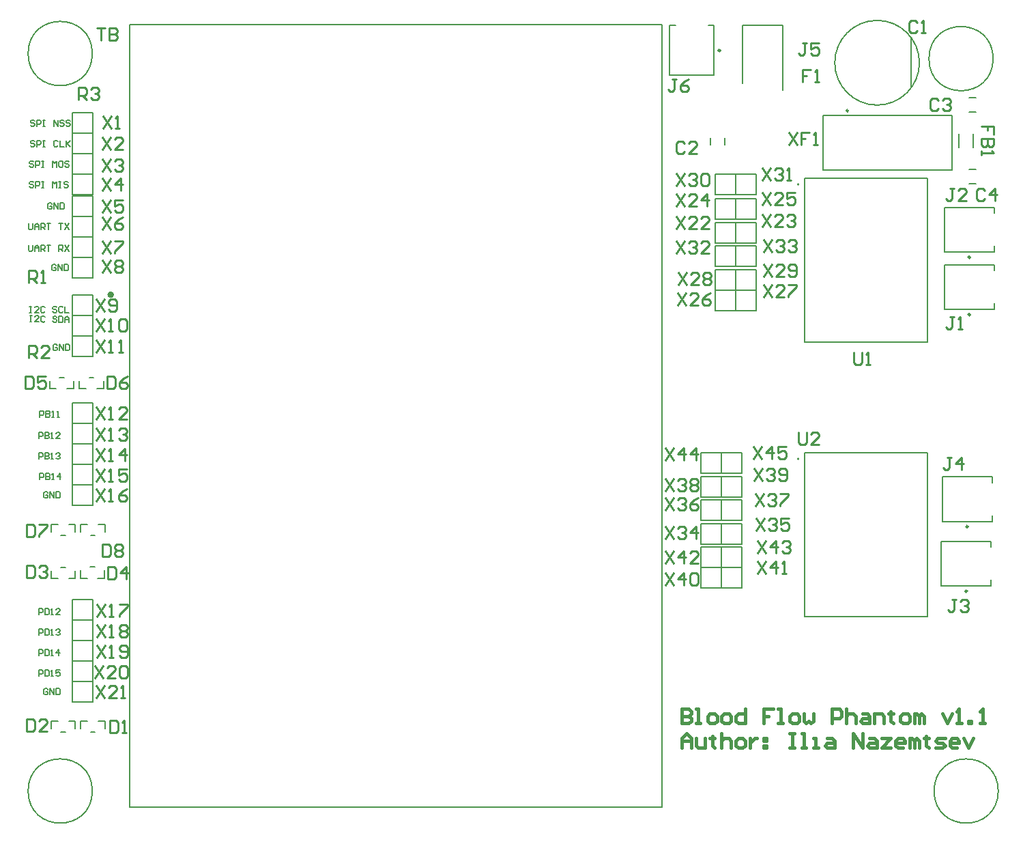
<source format=gto>
G04*
G04 #@! TF.GenerationSoftware,Altium Limited,Altium Designer,24.6.1 (21)*
G04*
G04 Layer_Color=65535*
%FSLAX44Y44*%
%MOMM*%
G71*
G04*
G04 #@! TF.SameCoordinates,42639B8C-B182-42FF-980A-ED1702294046*
G04*
G04*
G04 #@! TF.FilePolarity,Positive*
G04*
G01*
G75*
%ADD10C,0.2000*%
%ADD11C,0.2500*%
%ADD12C,0.1500*%
%ADD13C,0.4000*%
%ADD14C,0.1270*%
%ADD15C,0.2540*%
D10*
X967290Y803160D02*
G03*
X967290Y803160I-1000J0D01*
G01*
X1208200Y958850D02*
G03*
X1208200Y958850I-39800J0D01*
G01*
X90600Y965200D02*
G03*
X90600Y965200I-39800J0D01*
G01*
Y50800D02*
G03*
X90600Y50800I-39800J0D01*
G01*
X1214550D02*
G03*
X1214550Y50800I-39800J0D01*
G01*
X967290Y462800D02*
G03*
X967290Y462800I-1000J0D01*
G01*
X1147560Y719060D02*
X1209560D01*
X1147560D02*
Y774460D01*
X1209560D01*
Y719060D02*
Y726380D01*
Y767140D02*
Y774460D01*
X996960Y821060D02*
Y888360D01*
X1156960Y821060D02*
Y888360D01*
X996960Y821060D02*
X1156960D01*
X996960Y888360D02*
X1156960D01*
X1183781Y848763D02*
Y865737D01*
X1165719Y848763D02*
Y865737D01*
X1106510Y923770D02*
Y983770D01*
X1178197Y821550D02*
X1186670D01*
X1178197Y804050D02*
X1186670D01*
X1178134Y910450D02*
X1186606D01*
X1178134Y892950D02*
X1186606D01*
X874890Y851744D02*
Y860216D01*
X857390Y851744D02*
Y860216D01*
X51860Y123810D02*
X57360D01*
X69610Y128060D02*
Y137810D01*
X39610D02*
X47860D01*
X61360D02*
X69610D01*
X39610Y128060D02*
Y137810D01*
X88690Y367650D02*
X94190D01*
X106440Y371900D02*
Y381650D01*
X76440D02*
X84690D01*
X98190D02*
X106440D01*
X76440Y371900D02*
Y381650D01*
X51860Y367650D02*
X57360D01*
X69610Y371900D02*
Y381650D01*
X39610D02*
X47860D01*
X61360D02*
X69610D01*
X39610Y371900D02*
Y381650D01*
X86810Y563420D02*
X92310D01*
X74560Y549420D02*
Y559170D01*
X96310Y549420D02*
X104560D01*
X74560D02*
X82810D01*
X104560D02*
Y559170D01*
X49930Y563420D02*
X55430D01*
X37680Y549420D02*
Y559170D01*
X59430Y549420D02*
X67680D01*
X37680D02*
X45930D01*
X67680D02*
Y559170D01*
X91439Y455931D02*
Y481331D01*
X66041D02*
X91439D01*
X66039Y455931D02*
X91439D01*
X66039D02*
Y481329D01*
X66041Y481331D01*
X91439D02*
Y506731D01*
X66041D02*
X91439D01*
X66039Y481331D02*
X91439D01*
X66039D02*
Y506729D01*
X66041Y506731D01*
X91438Y430530D02*
X91440Y430528D01*
X66040Y430530D02*
X91438D01*
X66040Y405130D02*
Y430530D01*
X91440Y405130D02*
Y430528D01*
X66040Y405130D02*
X91440D01*
X91439Y430531D02*
Y455931D01*
X66041D02*
X91439D01*
X66039Y430531D02*
X91439D01*
X66039D02*
Y455929D01*
X66041Y455931D01*
X66039Y763269D02*
X66041Y763271D01*
X66039Y737871D02*
Y763269D01*
Y737871D02*
X91439D01*
X66041Y763271D02*
X91439D01*
Y737871D02*
Y763271D01*
X88080Y328470D02*
X93580D01*
X75830Y314470D02*
Y324220D01*
X97580Y314470D02*
X105830D01*
X75830D02*
X84080D01*
X105830D02*
Y324220D01*
X51860Y328310D02*
X57360D01*
X39610Y314310D02*
Y324060D01*
X61360Y314310D02*
X69610D01*
X39610D02*
X47860D01*
X69610D02*
Y324060D01*
X88690Y123810D02*
X94190D01*
X106440Y128060D02*
Y137810D01*
X76440D02*
X84690D01*
X98190D02*
X106440D01*
X76440Y128060D02*
Y137810D01*
X91439Y186691D02*
X91441Y186689D01*
X66041Y186691D02*
X91439D01*
X66041Y161291D02*
Y186691D01*
X91441Y161291D02*
Y186689D01*
X66041Y161291D02*
X91441D01*
X91438Y614680D02*
X91440Y614678D01*
X66040Y614680D02*
X91438D01*
X66040Y589280D02*
Y614680D01*
X91440Y589280D02*
Y614678D01*
X66040Y589280D02*
X91440D01*
X91438Y712470D02*
X91440Y712468D01*
X66040Y712470D02*
X91438D01*
X66040Y687070D02*
Y712470D01*
X91440Y687070D02*
Y712468D01*
X66040Y687070D02*
X91440D01*
X91438Y788670D02*
X91440Y788668D01*
X66040Y788670D02*
X91438D01*
X66040Y763270D02*
Y788670D01*
X91440Y763270D02*
Y788668D01*
X66040Y763270D02*
X91440D01*
X862090Y938010D02*
Y1000010D01*
X806690Y938010D02*
X862090D01*
X806690D02*
Y1000010D01*
X854770D02*
X862090D01*
X806690D02*
X814010D01*
X1147560Y647940D02*
X1209560D01*
X1147560D02*
Y703340D01*
X1209560D01*
Y647940D02*
Y655260D01*
Y696020D02*
Y703340D01*
X1143750Y305040D02*
X1205750D01*
X1143750D02*
Y360440D01*
X1205750D01*
Y305040D02*
Y312360D01*
Y353120D02*
Y360440D01*
X1145020Y385050D02*
X1207020D01*
X1145020D02*
Y440450D01*
X1207020D01*
Y385050D02*
Y392370D01*
Y433130D02*
Y440450D01*
X897020Y927880D02*
Y999880D01*
X947020D01*
Y919880D02*
Y999880D01*
X863601Y730251D02*
X889001D01*
Y755649D01*
X863601Y730251D02*
Y755651D01*
X888999D01*
X889001Y755649D01*
X889000Y730250D02*
X914400D01*
Y755648D01*
X889000Y730250D02*
Y755650D01*
X914398D01*
X914400Y755648D01*
X863601Y759461D02*
X889001D01*
Y784859D01*
X863601Y759461D02*
Y784861D01*
X888999D01*
X889001Y784859D01*
X889000Y759460D02*
X914400D01*
Y784858D01*
X889000Y759460D02*
Y784860D01*
X914398D01*
X914400Y784858D01*
X863601Y646431D02*
X889001D01*
Y671829D01*
X863601Y646431D02*
Y671831D01*
X888999D01*
X889001Y671829D01*
Y646431D02*
X914401D01*
Y671829D01*
X889001Y646431D02*
Y671831D01*
X914399D01*
X914401Y671829D01*
X863601Y671831D02*
X889001D01*
Y697229D01*
X863601Y671831D02*
Y697231D01*
X888999D01*
X889001Y697229D01*
Y671831D02*
X914401D01*
Y697229D01*
X889001Y671831D02*
Y697231D01*
X914399D01*
X914401Y697229D01*
X863600Y789940D02*
X889000D01*
Y815338D01*
X863600Y789940D02*
Y815340D01*
X888998D01*
X889000Y815338D01*
Y789940D02*
X914400D01*
Y815338D01*
X889000Y789940D02*
Y815340D01*
X914398D01*
X914400Y815338D01*
X863601Y701041D02*
X889001D01*
Y726439D01*
X863601Y701041D02*
Y726441D01*
X888999D01*
X889001Y726439D01*
X889000Y701040D02*
X914400D01*
Y726438D01*
X889000Y701040D02*
Y726440D01*
X914398D01*
X914400Y726438D01*
X871218Y382270D02*
X871220Y382268D01*
X845820Y382270D02*
X871218D01*
X845820Y356870D02*
Y382270D01*
X871220Y356870D02*
Y382268D01*
X845820Y356870D02*
X871220D01*
X896619Y382271D02*
X896621Y382269D01*
X871221Y382271D02*
X896619D01*
X871221Y356871D02*
Y382271D01*
X896621Y356871D02*
Y382269D01*
X871221Y356871D02*
X896621D01*
X871219Y411481D02*
X871221Y411479D01*
X845821Y411481D02*
X871219D01*
X845821Y386081D02*
Y411481D01*
X871221Y386081D02*
Y411479D01*
X845821Y386081D02*
X871221D01*
X896619Y411481D02*
X896621Y411479D01*
X871221Y411481D02*
X896619D01*
X871221Y386081D02*
Y411481D01*
X896621Y386081D02*
Y411479D01*
X871221Y386081D02*
X896621D01*
X871219Y440691D02*
X871221Y440689D01*
X845821Y440691D02*
X871219D01*
X845821Y415291D02*
Y440691D01*
X871221Y415291D02*
Y440689D01*
X845821Y415291D02*
X871221D01*
X896618Y440690D02*
X896620Y440688D01*
X871220Y440690D02*
X896618D01*
X871220Y415290D02*
Y440690D01*
X896620Y415290D02*
Y440688D01*
X871220Y415290D02*
X896620D01*
X871219Y327661D02*
X871221Y327659D01*
X845821Y327661D02*
X871219D01*
X845821Y302261D02*
Y327661D01*
X871221Y302261D02*
Y327659D01*
X845821Y302261D02*
X871221D01*
X896619Y327661D02*
X896621Y327659D01*
X871221Y327661D02*
X896619D01*
X871221Y302261D02*
Y327661D01*
X896621Y302261D02*
Y327659D01*
X871221Y302261D02*
X896621D01*
X871219Y353061D02*
X871221Y353059D01*
X845821Y353061D02*
X871219D01*
X845821Y327661D02*
Y353061D01*
X871221Y327661D02*
Y353059D01*
X845821Y327661D02*
X871221D01*
X896618Y353060D02*
X896620Y353058D01*
X871220Y353060D02*
X896618D01*
X871220Y327660D02*
Y353060D01*
X896620Y327660D02*
Y353058D01*
X871220Y327660D02*
X896620D01*
X871218Y469900D02*
X871220Y469898D01*
X845820Y469900D02*
X871218D01*
X845820Y444500D02*
Y469900D01*
X871220Y444500D02*
Y469898D01*
X845820Y444500D02*
X871220D01*
X896618Y469900D02*
X896620Y469898D01*
X871220Y469900D02*
X896618D01*
X871220Y444500D02*
Y469900D01*
X896620Y444500D02*
Y469898D01*
X871220Y444500D02*
X896620D01*
X66039Y532129D02*
X66041Y532131D01*
X66039Y506731D02*
Y532129D01*
Y506731D02*
X91439D01*
X66041Y532131D02*
X91439D01*
Y506731D02*
Y532131D01*
X66040Y212088D02*
X66042Y212090D01*
X66040Y186690D02*
Y212088D01*
Y186690D02*
X91440D01*
X66042Y212090D02*
X91440D01*
Y186690D02*
Y212090D01*
X66040Y237488D02*
X66042Y237490D01*
X66040Y212090D02*
Y237488D01*
Y212090D02*
X91440D01*
X66042Y237490D02*
X91440D01*
Y212090D02*
Y237490D01*
X66040Y262888D02*
X66042Y262890D01*
X66040Y237490D02*
Y262888D01*
Y237490D02*
X91440D01*
X66042Y262890D02*
X91440D01*
Y237490D02*
Y262890D01*
X66039Y288289D02*
X66041Y288291D01*
X66039Y262891D02*
Y288289D01*
Y262891D02*
X91439D01*
X66041Y288291D02*
X91439D01*
Y262891D02*
Y288291D01*
X66039Y891539D02*
X66041Y891541D01*
X66039Y866141D02*
Y891539D01*
Y866141D02*
X91439D01*
X66041Y891541D02*
X91439D01*
Y866141D02*
Y891541D01*
X66039Y866139D02*
X66041Y866141D01*
X66039Y840741D02*
Y866139D01*
Y840741D02*
X91439D01*
X66041Y866141D02*
X91439D01*
Y840741D02*
Y866141D01*
X66039Y840739D02*
X66041Y840741D01*
X66039Y815341D02*
Y840739D01*
Y815341D02*
X91439D01*
X66041Y840741D02*
X91439D01*
Y815341D02*
Y840741D01*
X66040Y815338D02*
X66042Y815340D01*
X66040Y789940D02*
Y815338D01*
Y789940D02*
X91440D01*
X66042Y815340D02*
X91440D01*
Y789940D02*
Y815340D01*
X91439Y614681D02*
Y640081D01*
X66041D02*
X91439D01*
X66039Y614681D02*
X91439D01*
X66039D02*
Y640079D01*
X66041Y640081D01*
X91440Y640080D02*
Y665480D01*
X66042D02*
X91440D01*
X66040Y640080D02*
X91440D01*
X66040D02*
Y665478D01*
X66042Y665480D01*
X91439Y712471D02*
Y737871D01*
X66041D02*
X91439D01*
X66039Y712471D02*
X91439D01*
X66039D02*
Y737869D01*
X66041Y737871D01*
D11*
X1179810Y712560D02*
G03*
X1179810Y712560I-1250J0D01*
G01*
X1028710Y894360D02*
G03*
X1028710Y894360I-1250J0D01*
G01*
X869840Y969010D02*
G03*
X869840Y969010I-1250J0D01*
G01*
X1179810Y641440D02*
G03*
X1179810Y641440I-1250J0D01*
G01*
X1176000Y298540D02*
G03*
X1176000Y298540I-1250J0D01*
G01*
X1177270Y378550D02*
G03*
X1177270Y378550I-1250J0D01*
G01*
D12*
X1116760Y953770D02*
G03*
X1116760Y953770I-52500J0D01*
G01*
X40788Y778638D02*
X39539Y779888D01*
X37040D01*
X35790Y778638D01*
Y773640D01*
X37040Y772390D01*
X39539D01*
X40788Y773640D01*
Y776139D01*
X38289D01*
X43288Y772390D02*
Y779888D01*
X48286Y772390D01*
Y779888D01*
X50785D02*
Y772390D01*
X54534D01*
X55784Y773640D01*
Y778638D01*
X54534Y779888D01*
X50785D01*
X11660Y754488D02*
Y748240D01*
X12910Y746990D01*
X15409D01*
X16658Y748240D01*
Y754488D01*
X19158Y746990D02*
Y751988D01*
X21657Y754488D01*
X24156Y751988D01*
Y746990D01*
Y750739D01*
X19158D01*
X26655Y746990D02*
Y754488D01*
X30404D01*
X31654Y753238D01*
Y750739D01*
X30404Y749489D01*
X26655D01*
X29154D02*
X31654Y746990D01*
X34153Y754488D02*
X39151D01*
X36652D01*
Y746990D01*
X49148Y754488D02*
X54146D01*
X51647D01*
Y746990D01*
X56646Y754488D02*
X61644Y746990D01*
Y754488D02*
X56646Y746990D01*
X45868Y702438D02*
X44619Y703688D01*
X42120D01*
X40870Y702438D01*
Y697440D01*
X42120Y696190D01*
X44619D01*
X45868Y697440D01*
Y699939D01*
X43369D01*
X48368Y696190D02*
Y703688D01*
X53366Y696190D01*
Y703688D01*
X55865D02*
Y696190D01*
X59614D01*
X60864Y697440D01*
Y702438D01*
X59614Y703688D01*
X55865D01*
X12930Y651618D02*
X15429D01*
X14180D01*
Y644120D01*
X12930D01*
X15429D01*
X24176D02*
X19178D01*
X24176Y649118D01*
Y650368D01*
X22927Y651618D01*
X20428D01*
X19178Y650368D01*
X31674D02*
X30424Y651618D01*
X27925D01*
X26676Y650368D01*
Y645370D01*
X27925Y644120D01*
X30424D01*
X31674Y645370D01*
X46669Y650368D02*
X45420Y651618D01*
X42920D01*
X41671Y650368D01*
Y649118D01*
X42920Y647869D01*
X45420D01*
X46669Y646619D01*
Y645370D01*
X45420Y644120D01*
X42920D01*
X41671Y645370D01*
X54167Y650368D02*
X52917Y651618D01*
X50418D01*
X49168Y650368D01*
Y645370D01*
X50418Y644120D01*
X52917D01*
X54167Y645370D01*
X56666Y651618D02*
Y644120D01*
X61664D01*
X17928Y830708D02*
X16679Y831958D01*
X14180D01*
X12930Y830708D01*
Y829458D01*
X14180Y828209D01*
X16679D01*
X17928Y826959D01*
Y825710D01*
X16679Y824460D01*
X14180D01*
X12930Y825710D01*
X20428Y824460D02*
Y831958D01*
X24176D01*
X25426Y830708D01*
Y828209D01*
X24176Y826959D01*
X20428D01*
X27925Y831958D02*
X30424D01*
X29175D01*
Y824460D01*
X27925D01*
X30424D01*
X41671D02*
Y831958D01*
X44170Y829458D01*
X46669Y831958D01*
Y824460D01*
X52917Y831958D02*
X50418D01*
X49168Y830708D01*
Y825710D01*
X50418Y824460D01*
X52917D01*
X54167Y825710D01*
Y830708D01*
X52917Y831958D01*
X61664Y830708D02*
X60415Y831958D01*
X57916D01*
X56666Y830708D01*
Y829458D01*
X57916Y828209D01*
X60415D01*
X61664Y826959D01*
Y825710D01*
X60415Y824460D01*
X57916D01*
X56666Y825710D01*
X17928Y805308D02*
X16679Y806558D01*
X14180D01*
X12930Y805308D01*
Y804058D01*
X14180Y802809D01*
X16679D01*
X17928Y801559D01*
Y800310D01*
X16679Y799060D01*
X14180D01*
X12930Y800310D01*
X20428Y799060D02*
Y806558D01*
X24176D01*
X25426Y805308D01*
Y802809D01*
X24176Y801559D01*
X20428D01*
X27925Y806558D02*
X30424D01*
X29175D01*
Y799060D01*
X27925D01*
X30424D01*
X41671D02*
Y806558D01*
X44170Y804058D01*
X46669Y806558D01*
Y799060D01*
X49168Y806558D02*
X51668D01*
X50418D01*
Y799060D01*
X49168D01*
X51668D01*
X60415Y805308D02*
X59165Y806558D01*
X56666D01*
X55416Y805308D01*
Y804058D01*
X56666Y802809D01*
X59165D01*
X60415Y801559D01*
Y800310D01*
X59165Y799060D01*
X56666D01*
X55416Y800310D01*
X11660Y727818D02*
Y721570D01*
X12910Y720320D01*
X15409D01*
X16658Y721570D01*
Y727818D01*
X19158Y720320D02*
Y725318D01*
X21657Y727818D01*
X24156Y725318D01*
Y720320D01*
Y724069D01*
X19158D01*
X26655Y720320D02*
Y727818D01*
X30404D01*
X31654Y726568D01*
Y724069D01*
X30404Y722819D01*
X26655D01*
X29154D02*
X31654Y720320D01*
X34153Y727818D02*
X39151D01*
X36652D01*
Y720320D01*
X49148D02*
Y727818D01*
X52897D01*
X54146Y726568D01*
Y724069D01*
X52897Y722819D01*
X49148D01*
X51647D02*
X54146Y720320D01*
X56646Y727818D02*
X61644Y720320D01*
Y727818D02*
X56646Y720320D01*
X25630Y514580D02*
Y522078D01*
X29379D01*
X30628Y520828D01*
Y518329D01*
X29379Y517079D01*
X25630D01*
X33128Y522078D02*
Y514580D01*
X36876D01*
X38126Y515830D01*
Y517079D01*
X36876Y518329D01*
X33128D01*
X36876D01*
X38126Y519578D01*
Y520828D01*
X36876Y522078D01*
X33128D01*
X40625Y514580D02*
X43124D01*
X41875D01*
Y522078D01*
X40625Y520828D01*
X46873Y514580D02*
X49372D01*
X48123D01*
Y522078D01*
X46873Y520828D01*
X19198Y881508D02*
X17949Y882758D01*
X15450D01*
X14200Y881508D01*
Y880258D01*
X15450Y879009D01*
X17949D01*
X19198Y877759D01*
Y876510D01*
X17949Y875260D01*
X15450D01*
X14200Y876510D01*
X21698Y875260D02*
Y882758D01*
X25446D01*
X26696Y881508D01*
Y879009D01*
X25446Y877759D01*
X21698D01*
X29195Y882758D02*
X31694D01*
X30445D01*
Y875260D01*
X29195D01*
X31694D01*
X42941D02*
Y882758D01*
X47939Y875260D01*
Y882758D01*
X55437Y881508D02*
X54187Y882758D01*
X51688D01*
X50438Y881508D01*
Y880258D01*
X51688Y879009D01*
X54187D01*
X55437Y877759D01*
Y876510D01*
X54187Y875260D01*
X51688D01*
X50438Y876510D01*
X62934Y881508D02*
X61685Y882758D01*
X59186D01*
X57936Y881508D01*
Y880258D01*
X59186Y879009D01*
X61685D01*
X62934Y877759D01*
Y876510D01*
X61685Y875260D01*
X59186D01*
X57936Y876510D01*
X35708Y176658D02*
X34459Y177908D01*
X31960D01*
X30710Y176658D01*
Y171660D01*
X31960Y170410D01*
X34459D01*
X35708Y171660D01*
Y174159D01*
X33209D01*
X38208Y170410D02*
Y177908D01*
X43206Y170410D01*
Y177908D01*
X45705D02*
Y170410D01*
X49454D01*
X50704Y171660D01*
Y176658D01*
X49454Y177908D01*
X45705D01*
X24360Y269470D02*
Y276968D01*
X28109D01*
X29358Y275718D01*
Y273219D01*
X28109Y271969D01*
X24360D01*
X31858Y276968D02*
Y269470D01*
X35606D01*
X36856Y270720D01*
Y275718D01*
X35606Y276968D01*
X31858D01*
X39355Y269470D02*
X41854D01*
X40605D01*
Y276968D01*
X39355Y275718D01*
X50602Y269470D02*
X45603D01*
X50602Y274468D01*
Y275718D01*
X49352Y276968D01*
X46853D01*
X45603Y275718D01*
X24360Y193270D02*
Y200768D01*
X28109D01*
X29358Y199518D01*
Y197019D01*
X28109Y195769D01*
X24360D01*
X31858Y200768D02*
Y193270D01*
X35606D01*
X36856Y194520D01*
Y199518D01*
X35606Y200768D01*
X31858D01*
X39355Y193270D02*
X41854D01*
X40605D01*
Y200768D01*
X39355Y199518D01*
X50602Y200768D02*
X45603D01*
Y197019D01*
X48102Y198268D01*
X49352D01*
X50602Y197019D01*
Y194520D01*
X49352Y193270D01*
X46853D01*
X45603Y194520D01*
X24360Y218670D02*
Y226168D01*
X28109D01*
X29358Y224918D01*
Y222419D01*
X28109Y221169D01*
X24360D01*
X31858Y226168D02*
Y218670D01*
X35606D01*
X36856Y219920D01*
Y224918D01*
X35606Y226168D01*
X31858D01*
X39355Y218670D02*
X41854D01*
X40605D01*
Y226168D01*
X39355Y224918D01*
X49352Y218670D02*
Y226168D01*
X45603Y222419D01*
X50602D01*
X19198Y856108D02*
X17949Y857358D01*
X15450D01*
X14200Y856108D01*
Y854858D01*
X15450Y853609D01*
X17949D01*
X19198Y852359D01*
Y851110D01*
X17949Y849860D01*
X15450D01*
X14200Y851110D01*
X21698Y849860D02*
Y857358D01*
X25446D01*
X26696Y856108D01*
Y853609D01*
X25446Y852359D01*
X21698D01*
X29195Y857358D02*
X31694D01*
X30445D01*
Y849860D01*
X29195D01*
X31694D01*
X47939Y856108D02*
X46690Y857358D01*
X44190D01*
X42941Y856108D01*
Y851110D01*
X44190Y849860D01*
X46690D01*
X47939Y851110D01*
X50438Y857358D02*
Y849860D01*
X55437D01*
X57936Y857358D02*
Y849860D01*
Y852359D01*
X62934Y857358D01*
X59186Y853609D01*
X62934Y849860D01*
X24360Y487910D02*
Y495408D01*
X28109D01*
X29358Y494158D01*
Y491659D01*
X28109Y490409D01*
X24360D01*
X31858Y495408D02*
Y487910D01*
X35606D01*
X36856Y489160D01*
Y490409D01*
X35606Y491659D01*
X31858D01*
X35606D01*
X36856Y492908D01*
Y494158D01*
X35606Y495408D01*
X31858D01*
X39355Y487910D02*
X41854D01*
X40605D01*
Y495408D01*
X39355Y494158D01*
X50602Y487910D02*
X45603D01*
X50602Y492908D01*
Y494158D01*
X49352Y495408D01*
X46853D01*
X45603Y494158D01*
X24360Y462510D02*
Y470008D01*
X28109D01*
X29358Y468758D01*
Y466259D01*
X28109Y465009D01*
X24360D01*
X31858Y470008D02*
Y462510D01*
X35606D01*
X36856Y463760D01*
Y465009D01*
X35606Y466259D01*
X31858D01*
X35606D01*
X36856Y467508D01*
Y468758D01*
X35606Y470008D01*
X31858D01*
X39355Y462510D02*
X41854D01*
X40605D01*
Y470008D01*
X39355Y468758D01*
X45603D02*
X46853Y470008D01*
X49352D01*
X50602Y468758D01*
Y467508D01*
X49352Y466259D01*
X48102D01*
X49352D01*
X50602Y465009D01*
Y463760D01*
X49352Y462510D01*
X46853D01*
X45603Y463760D01*
X35708Y420498D02*
X34459Y421748D01*
X31960D01*
X30710Y420498D01*
Y415500D01*
X31960Y414250D01*
X34459D01*
X35708Y415500D01*
Y417999D01*
X33209D01*
X38208Y414250D02*
Y421748D01*
X43206Y414250D01*
Y421748D01*
X45705D02*
Y414250D01*
X49454D01*
X50704Y415500D01*
Y420498D01*
X49454Y421748D01*
X45705D01*
X47138Y603378D02*
X45889Y604628D01*
X43390D01*
X42140Y603378D01*
Y598380D01*
X43390Y597130D01*
X45889D01*
X47138Y598380D01*
Y600879D01*
X44639D01*
X49638Y597130D02*
Y604628D01*
X54636Y597130D01*
Y604628D01*
X57135D02*
Y597130D01*
X60884D01*
X62134Y598380D01*
Y603378D01*
X60884Y604628D01*
X57135D01*
X25630Y437110D02*
Y444608D01*
X29379D01*
X30628Y443358D01*
Y440859D01*
X29379Y439609D01*
X25630D01*
X33128Y444608D02*
Y437110D01*
X36876D01*
X38126Y438360D01*
Y439609D01*
X36876Y440859D01*
X33128D01*
X36876D01*
X38126Y442108D01*
Y443358D01*
X36876Y444608D01*
X33128D01*
X40625Y437110D02*
X43124D01*
X41875D01*
Y444608D01*
X40625Y443358D01*
X50622Y437110D02*
Y444608D01*
X46873Y440859D01*
X51872D01*
X13103Y640157D02*
X15601Y640109D01*
X14352Y640133D01*
X14208Y632637D01*
X12959Y632661D01*
X15457Y632613D01*
X24203Y632445D02*
X19205Y632541D01*
X24299Y637442D01*
X24323Y638691D01*
X23098Y639965D01*
X20599Y640013D01*
X19325Y638788D01*
X31819Y638547D02*
X30594Y639821D01*
X28095Y639869D01*
X26822Y638643D01*
X26726Y633646D01*
X27951Y632373D01*
X30450Y632324D01*
X31723Y633550D01*
X46812Y638259D02*
X45586Y639532D01*
X43088Y639580D01*
X41814Y638355D01*
X41790Y637106D01*
X43015Y635832D01*
X45514Y635784D01*
X46740Y634511D01*
X46715Y633261D01*
X45442Y632036D01*
X42943Y632084D01*
X41718Y633358D01*
X49334Y639460D02*
X49190Y631964D01*
X52938Y631892D01*
X54212Y633117D01*
X54308Y638115D01*
X53082Y639388D01*
X49334Y639460D01*
X56686Y631820D02*
X56782Y636817D01*
X59329Y639268D01*
X61780Y636721D01*
X61684Y631724D01*
X61756Y635472D01*
X56758Y635568D01*
X24360Y244070D02*
Y251568D01*
X28109D01*
X29358Y250318D01*
Y247819D01*
X28109Y246569D01*
X24360D01*
X31858Y251568D02*
Y244070D01*
X35606D01*
X36856Y245320D01*
Y250318D01*
X35606Y251568D01*
X31858D01*
X39355Y244070D02*
X41854D01*
X40605D01*
Y251568D01*
X39355Y250318D01*
X45603D02*
X46853Y251568D01*
X49352D01*
X50602Y250318D01*
Y249068D01*
X49352Y247819D01*
X48102D01*
X49352D01*
X50602Y246569D01*
Y245320D01*
X49352Y244070D01*
X46853D01*
X45603Y245320D01*
D13*
X115360Y666140D02*
G03*
X115360Y666140I-2000J0D01*
G01*
X821880Y152417D02*
Y134923D01*
X830627D01*
X833543Y137839D01*
Y140755D01*
X830627Y143670D01*
X821880D01*
X830627D01*
X833543Y146586D01*
Y149502D01*
X830627Y152417D01*
X821880D01*
X839374Y134923D02*
X845206D01*
X842290D01*
Y152417D01*
X839374D01*
X856869Y134923D02*
X862700D01*
X865616Y137839D01*
Y143670D01*
X862700Y146586D01*
X856869D01*
X853953Y143670D01*
Y137839D01*
X856869Y134923D01*
X874363D02*
X880194D01*
X883110Y137839D01*
Y143670D01*
X880194Y146586D01*
X874363D01*
X871447Y143670D01*
Y137839D01*
X874363Y134923D01*
X900604Y152417D02*
Y134923D01*
X891857D01*
X888942Y137839D01*
Y143670D01*
X891857Y146586D01*
X900604D01*
X935593Y152417D02*
X923930D01*
Y143670D01*
X929762D01*
X923930D01*
Y134923D01*
X941425D02*
X947256D01*
X944340D01*
Y152417D01*
X941425D01*
X958919Y134923D02*
X964750D01*
X967666Y137839D01*
Y143670D01*
X964750Y146586D01*
X958919D01*
X956003Y143670D01*
Y137839D01*
X958919Y134923D01*
X973497Y146586D02*
Y137839D01*
X976413Y134923D01*
X979329Y137839D01*
X982245Y134923D01*
X985160Y137839D01*
Y146586D01*
X1008486Y134923D02*
Y152417D01*
X1017233D01*
X1020149Y149502D01*
Y143670D01*
X1017233Y140755D01*
X1008486D01*
X1025981Y152417D02*
Y134923D01*
Y143670D01*
X1028896Y146586D01*
X1034728D01*
X1037643Y143670D01*
Y134923D01*
X1046391Y146586D02*
X1052222D01*
X1055138Y143670D01*
Y134923D01*
X1046391D01*
X1043475Y137839D01*
X1046391Y140755D01*
X1055138D01*
X1060969Y134923D02*
Y146586D01*
X1069716D01*
X1072632Y143670D01*
Y134923D01*
X1081379Y149502D02*
Y146586D01*
X1078464D01*
X1084295D01*
X1081379D01*
Y137839D01*
X1084295Y134923D01*
X1095958D02*
X1101789D01*
X1104705Y137839D01*
Y143670D01*
X1101789Y146586D01*
X1095958D01*
X1093042Y143670D01*
Y137839D01*
X1095958Y134923D01*
X1110536D02*
Y146586D01*
X1113452D01*
X1116368Y143670D01*
Y134923D01*
Y143670D01*
X1119284Y146586D01*
X1122199Y143670D01*
Y134923D01*
X1145525Y146586D02*
X1151357Y134923D01*
X1157188Y146586D01*
X1163019Y134923D02*
X1168851D01*
X1165935D01*
Y152417D01*
X1163019Y149502D01*
X1177598Y134923D02*
Y137839D01*
X1180514D01*
Y134923D01*
X1177598D01*
X1192177D02*
X1198008D01*
X1195092D01*
Y152417D01*
X1192177Y149502D01*
X821880Y104330D02*
Y115993D01*
X827711Y121824D01*
X833543Y115993D01*
Y104330D01*
Y113077D01*
X821880D01*
X839374Y115993D02*
Y107246D01*
X842290Y104330D01*
X851037D01*
Y115993D01*
X859784Y118909D02*
Y115993D01*
X856869D01*
X862700D01*
X859784D01*
Y107246D01*
X862700Y104330D01*
X871447Y121824D02*
Y104330D01*
Y113077D01*
X874363Y115993D01*
X880194D01*
X883110Y113077D01*
Y104330D01*
X891857D02*
X897689D01*
X900604Y107246D01*
Y113077D01*
X897689Y115993D01*
X891857D01*
X888942Y113077D01*
Y107246D01*
X891857Y104330D01*
X906436Y115993D02*
Y104330D01*
Y110161D01*
X909352Y113077D01*
X912267Y115993D01*
X915183D01*
X923930D02*
X926846D01*
Y113077D01*
X923930D01*
Y115993D01*
Y107246D02*
X926846D01*
Y104330D01*
X923930D01*
Y107246D01*
X956003Y121824D02*
X961835D01*
X958919D01*
Y104330D01*
X956003D01*
X961835D01*
X970582D02*
X976413D01*
X973497D01*
Y121824D01*
X970582D01*
X985160Y104330D02*
X990992D01*
X988076D01*
Y115993D01*
X985160D01*
X1002655D02*
X1008486D01*
X1011402Y113077D01*
Y104330D01*
X1002655D01*
X999739Y107246D01*
X1002655Y110161D01*
X1011402D01*
X1034728Y104330D02*
Y121824D01*
X1046391Y104330D01*
Y121824D01*
X1055138Y115993D02*
X1060969D01*
X1063885Y113077D01*
Y104330D01*
X1055138D01*
X1052222Y107246D01*
X1055138Y110161D01*
X1063885D01*
X1069716Y115993D02*
X1081379D01*
X1069716Y104330D01*
X1081379D01*
X1095958D02*
X1090126D01*
X1087211Y107246D01*
Y113077D01*
X1090126Y115993D01*
X1095958D01*
X1098874Y113077D01*
Y110161D01*
X1087211D01*
X1104705Y104330D02*
Y115993D01*
X1107621D01*
X1110536Y113077D01*
Y104330D01*
Y113077D01*
X1113452Y115993D01*
X1116368Y113077D01*
Y104330D01*
X1125115Y118909D02*
Y115993D01*
X1122199D01*
X1128031D01*
X1125115D01*
Y107246D01*
X1128031Y104330D01*
X1136778D02*
X1145525D01*
X1148441Y107246D01*
X1145525Y110161D01*
X1139694D01*
X1136778Y113077D01*
X1139694Y115993D01*
X1148441D01*
X1163019Y104330D02*
X1157188D01*
X1154272Y107246D01*
Y113077D01*
X1157188Y115993D01*
X1163019D01*
X1165935Y113077D01*
Y110161D01*
X1154272D01*
X1171767Y115993D02*
X1177598Y104330D01*
X1183429Y115993D01*
D14*
X974090Y810260D02*
X1126490D01*
Y607060D02*
Y810260D01*
X974090Y607060D02*
X1126490D01*
X974090D02*
Y810260D01*
Y266700D02*
Y469900D01*
Y266700D02*
X1126490D01*
Y469900D01*
X974090D02*
X1126490D01*
X137360Y31140D02*
Y1001140D01*
X797360D01*
Y31140D02*
Y1001140D01*
X137360Y31140D02*
X797360D01*
D15*
X1035053Y594357D02*
Y581662D01*
X1037592Y579123D01*
X1042671D01*
X1045210Y581662D01*
Y594357D01*
X1050288Y579123D02*
X1055367D01*
X1052828D01*
Y594357D01*
X1050288Y591818D01*
X955046Y867408D02*
X965202Y852172D01*
Y867408D02*
X955046Y852172D01*
X980438Y867408D02*
X970281D01*
Y859790D01*
X975359D01*
X970281D01*
Y852172D01*
X985516D02*
X990594D01*
X988055D01*
Y867408D01*
X985516Y864868D01*
X95256Y181607D02*
X105413Y166373D01*
Y181607D02*
X95256Y166373D01*
X120648D02*
X110491D01*
X120648Y176529D01*
Y179068D01*
X118108Y181607D01*
X113030D01*
X110491Y179068D01*
X125726Y166373D02*
X130804D01*
X128265D01*
Y181607D01*
X125726Y179068D01*
X95256Y425448D02*
X105413Y410213D01*
Y425448D02*
X95256Y410213D01*
X110491D02*
X115570D01*
X113030D01*
Y425448D01*
X110491Y422908D01*
X133344Y425448D02*
X128265Y422908D01*
X123187Y417830D01*
Y412752D01*
X125726Y410213D01*
X130805D01*
X133344Y412752D01*
Y415291D01*
X130805Y417830D01*
X123187D01*
X95255Y609598D02*
X105412Y594362D01*
Y609598D02*
X95255Y594362D01*
X110490D02*
X115569D01*
X113030D01*
Y609598D01*
X110490Y607058D01*
X123186Y594362D02*
X128265D01*
X125725D01*
Y609598D01*
X123186Y607058D01*
X102874Y708658D02*
X113031Y693422D01*
Y708658D02*
X102874Y693422D01*
X118109Y706118D02*
X120648Y708658D01*
X125727D01*
X128266Y706118D01*
Y703579D01*
X125727Y701040D01*
X128266Y698501D01*
Y695962D01*
X125727Y693422D01*
X120648D01*
X118109Y695962D01*
Y698501D01*
X120648Y701040D01*
X118109Y703579D01*
Y706118D01*
X120648Y701040D02*
X125727D01*
X102874Y783587D02*
X113031Y768353D01*
Y783587D02*
X102874Y768353D01*
X128266Y783587D02*
X118109D01*
Y775970D01*
X123188Y778509D01*
X125727D01*
X128266Y775970D01*
Y770892D01*
X125727Y768353D01*
X120648D01*
X118109Y770892D01*
X1209038Y864867D02*
Y875024D01*
X1201420D01*
Y869946D01*
Y875024D01*
X1193802D01*
X1209038Y859789D02*
X1193802D01*
Y852172D01*
X1196342Y849632D01*
X1198881D01*
X1201420Y852172D01*
Y859789D01*
Y852172D01*
X1203959Y849632D01*
X1206498D01*
X1209038Y852172D01*
Y859789D01*
X1193802Y844554D02*
Y839476D01*
Y842015D01*
X1209038D01*
X1206498Y844554D01*
X981710Y944877D02*
X971553D01*
Y937260D01*
X976632D01*
X971553D01*
Y929642D01*
X986788D02*
X991867D01*
X989328D01*
Y944877D01*
X986788Y942338D01*
X102874Y356867D02*
Y341632D01*
X110492D01*
X113031Y344172D01*
Y354328D01*
X110492Y356867D01*
X102874D01*
X118109Y354328D02*
X120648Y356867D01*
X125727D01*
X128266Y354328D01*
Y351789D01*
X125727Y349250D01*
X128266Y346711D01*
Y344172D01*
X125727Y341632D01*
X120648D01*
X118109Y344172D01*
Y346711D01*
X120648Y349250D01*
X118109Y351789D01*
Y354328D01*
X120648Y349250D02*
X125727D01*
X8894Y380998D02*
Y365762D01*
X16512D01*
X19051Y368302D01*
Y378458D01*
X16512Y380998D01*
X8894D01*
X24129D02*
X34286D01*
Y378458D01*
X24129Y368302D01*
Y365762D01*
X109224Y565148D02*
Y549912D01*
X116842D01*
X119381Y552452D01*
Y562608D01*
X116842Y565148D01*
X109224D01*
X134616D02*
X129537Y562608D01*
X124459Y557530D01*
Y552452D01*
X126998Y549912D01*
X132077D01*
X134616Y552452D01*
Y554991D01*
X132077Y557530D01*
X124459D01*
X7624Y565148D02*
Y549912D01*
X15242D01*
X17781Y552452D01*
Y562608D01*
X15242Y565148D01*
X7624D01*
X33016D02*
X22859D01*
Y557530D01*
X27938Y560069D01*
X30477D01*
X33016Y557530D01*
Y552452D01*
X30477Y549912D01*
X25398D01*
X22859Y552452D01*
X109884Y329087D02*
Y313853D01*
X117502D01*
X120041Y316392D01*
Y326548D01*
X117502Y329087D01*
X109884D01*
X132737Y313853D02*
Y329087D01*
X125119Y321470D01*
X135276D01*
X8894Y330197D02*
Y314963D01*
X16512D01*
X19051Y317502D01*
Y327658D01*
X16512Y330197D01*
X8894D01*
X24129Y327658D02*
X26668Y330197D01*
X31747D01*
X34286Y327658D01*
Y325119D01*
X31747Y322580D01*
X29207D01*
X31747D01*
X34286Y320041D01*
Y317502D01*
X31747Y314963D01*
X26668D01*
X24129Y317502D01*
X8894Y139698D02*
Y124462D01*
X16512D01*
X19051Y127002D01*
Y137158D01*
X16512Y139698D01*
X8894D01*
X34286Y124462D02*
X24129D01*
X34286Y134619D01*
Y137158D01*
X31747Y139698D01*
X26668D01*
X24129Y137158D01*
X112373Y138588D02*
Y123352D01*
X119991D01*
X122530Y125892D01*
Y136048D01*
X119991Y138588D01*
X112373D01*
X127608Y123352D02*
X132687D01*
X130148D01*
Y138588D01*
X127608Y136048D01*
X1197611Y795018D02*
X1195072Y797558D01*
X1189993D01*
X1187454Y795018D01*
Y784862D01*
X1189993Y782322D01*
X1195072D01*
X1197611Y784862D01*
X1210307Y782322D02*
Y797558D01*
X1202689Y789940D01*
X1212846D01*
X1140461Y906778D02*
X1137922Y909317D01*
X1132843D01*
X1130304Y906778D01*
Y896622D01*
X1132843Y894082D01*
X1137922D01*
X1140461Y896622D01*
X1145539Y906778D02*
X1148078Y909317D01*
X1153157D01*
X1155696Y906778D01*
Y904239D01*
X1153157Y901700D01*
X1150618D01*
X1153157D01*
X1155696Y899161D01*
Y896622D01*
X1153157Y894082D01*
X1148078D01*
X1145539Y896622D01*
X825501Y853438D02*
X822962Y855977D01*
X817883D01*
X815344Y853438D01*
Y843282D01*
X817883Y840742D01*
X822962D01*
X825501Y843282D01*
X840736Y840742D02*
X830579D01*
X840736Y850899D01*
Y853438D01*
X838197Y855977D01*
X833118D01*
X830579Y853438D01*
X1113790Y1003298D02*
X1111251Y1005837D01*
X1106172D01*
X1103633Y1003298D01*
Y993142D01*
X1106172Y990602D01*
X1111251D01*
X1113790Y993142D01*
X1118868Y990602D02*
X1123947D01*
X1121408D01*
Y1005837D01*
X1118868Y1003298D01*
X815341Y933447D02*
X810263D01*
X812802D01*
Y920752D01*
X810263Y918213D01*
X807723D01*
X805184Y920752D01*
X830576Y933447D02*
X825498Y930908D01*
X820419Y925830D01*
Y920752D01*
X822958Y918213D01*
X828037D01*
X830576Y920752D01*
Y923291D01*
X828037Y925830D01*
X820419D01*
X1159510Y638807D02*
X1154432D01*
X1156971D01*
Y626112D01*
X1154432Y623573D01*
X1151892D01*
X1149353Y626112D01*
X1164588Y623573D02*
X1169667D01*
X1167128D01*
Y638807D01*
X1164588Y636268D01*
X1159511Y797558D02*
X1154433D01*
X1156972D01*
Y784862D01*
X1154433Y782322D01*
X1151893D01*
X1149354Y784862D01*
X1174746Y782322D02*
X1164589D01*
X1174746Y792479D01*
Y795018D01*
X1172207Y797558D01*
X1167128D01*
X1164589Y795018D01*
X1162051Y288288D02*
X1156973D01*
X1159512D01*
Y275592D01*
X1156973Y273053D01*
X1154433D01*
X1151894Y275592D01*
X1167129Y285748D02*
X1169668Y288288D01*
X1174747D01*
X1177286Y285748D01*
Y283209D01*
X1174747Y280670D01*
X1172207D01*
X1174747D01*
X1177286Y278131D01*
Y275592D01*
X1174747Y273053D01*
X1169668D01*
X1167129Y275592D01*
X1156459Y464561D02*
X1151380D01*
X1153920D01*
Y451865D01*
X1151380Y449326D01*
X1148841D01*
X1146302Y451865D01*
X1169155Y449326D02*
Y464561D01*
X1161537Y456944D01*
X1171694D01*
X976631Y977897D02*
X971553D01*
X974092D01*
Y965202D01*
X971553Y962663D01*
X969013D01*
X966474Y965202D01*
X991866Y977897D02*
X981709D01*
Y970280D01*
X986787Y972819D01*
X989327D01*
X991866Y970280D01*
Y965202D01*
X989327Y962663D01*
X984248D01*
X981709Y965202D01*
X966724Y495549D02*
Y482853D01*
X969263Y480314D01*
X974342D01*
X976881Y482853D01*
Y495549D01*
X992116Y480314D02*
X981959D01*
X992116Y490471D01*
Y493010D01*
X989577Y495549D01*
X984498D01*
X981959Y493010D01*
X815347Y763268D02*
X825503Y748033D01*
Y763268D02*
X815347Y748033D01*
X840738D02*
X830582D01*
X840738Y758189D01*
Y760728D01*
X838199Y763268D01*
X833121D01*
X830582Y760728D01*
X855973Y748033D02*
X845817D01*
X855973Y758189D01*
Y760728D01*
X853434Y763268D01*
X848356D01*
X845817Y760728D01*
X922027Y765807D02*
X932183Y750573D01*
Y765807D02*
X922027Y750573D01*
X947418D02*
X937262D01*
X947418Y760729D01*
Y763268D01*
X944879Y765807D01*
X939801D01*
X937262Y763268D01*
X952497D02*
X955036Y765807D01*
X960114D01*
X962653Y763268D01*
Y760729D01*
X960114Y758190D01*
X957575D01*
X960114D01*
X962653Y755651D01*
Y753112D01*
X960114Y750573D01*
X955036D01*
X952497Y753112D01*
X815347Y791208D02*
X825503Y775973D01*
Y791208D02*
X815347Y775973D01*
X840738D02*
X830582D01*
X840738Y786129D01*
Y788668D01*
X838199Y791208D01*
X833121D01*
X830582Y788668D01*
X853434Y775973D02*
Y791208D01*
X845817Y783590D01*
X855973D01*
X922027Y792477D02*
X932183Y777243D01*
Y792477D02*
X922027Y777243D01*
X947418D02*
X937262D01*
X947418Y787399D01*
Y789938D01*
X944879Y792477D01*
X939801D01*
X937262Y789938D01*
X962653Y792477D02*
X952497D01*
Y784860D01*
X957575Y787399D01*
X960114D01*
X962653Y784860D01*
Y779782D01*
X960114Y777243D01*
X955036D01*
X952497Y779782D01*
X816617Y668018D02*
X826773Y652783D01*
Y668018D02*
X816617Y652783D01*
X842008D02*
X831852D01*
X842008Y662939D01*
Y665478D01*
X839469Y668018D01*
X834391D01*
X831852Y665478D01*
X857243Y668018D02*
X852165Y665478D01*
X847087Y660400D01*
Y655322D01*
X849626Y652783D01*
X854704D01*
X857243Y655322D01*
Y657861D01*
X854704Y660400D01*
X847087D01*
X923297Y678177D02*
X933453Y662943D01*
Y678177D02*
X923297Y662943D01*
X948688D02*
X938532D01*
X948688Y673099D01*
Y675638D01*
X946149Y678177D01*
X941071D01*
X938532Y675638D01*
X953767Y678177D02*
X963923D01*
Y675638D01*
X953767Y665482D01*
Y662943D01*
X817887Y693418D02*
X828043Y678183D01*
Y693418D02*
X817887Y678183D01*
X843278D02*
X833122D01*
X843278Y688339D01*
Y690878D01*
X840739Y693418D01*
X835661D01*
X833122Y690878D01*
X848357D02*
X850896Y693418D01*
X855974D01*
X858513Y690878D01*
Y688339D01*
X855974Y685800D01*
X858513Y683261D01*
Y680722D01*
X855974Y678183D01*
X850896D01*
X848357Y680722D01*
Y683261D01*
X850896Y685800D01*
X848357Y688339D01*
Y690878D01*
X850896Y685800D02*
X855974D01*
X923297Y703577D02*
X933453Y688343D01*
Y703577D02*
X923297Y688343D01*
X948688D02*
X938532D01*
X948688Y698499D01*
Y701038D01*
X946149Y703577D01*
X941071D01*
X938532Y701038D01*
X953767Y690882D02*
X956306Y688343D01*
X961384D01*
X963923Y690882D01*
Y701038D01*
X961384Y703577D01*
X956306D01*
X953767Y701038D01*
Y698499D01*
X956306Y695960D01*
X963923D01*
X815347Y816608D02*
X825503Y801373D01*
Y816608D02*
X815347Y801373D01*
X830582Y814068D02*
X833121Y816608D01*
X838199D01*
X840738Y814068D01*
Y811529D01*
X838199Y808990D01*
X835660D01*
X838199D01*
X840738Y806451D01*
Y803912D01*
X838199Y801373D01*
X833121D01*
X830582Y803912D01*
X845817Y814068D02*
X848356Y816608D01*
X853434D01*
X855973Y814068D01*
Y803912D01*
X853434Y801373D01*
X848356D01*
X845817Y803912D01*
Y814068D01*
X922026Y822958D02*
X932182Y807722D01*
Y822958D02*
X922026Y807722D01*
X937261Y820418D02*
X939800Y822958D01*
X944878D01*
X947418Y820418D01*
Y817879D01*
X944878Y815340D01*
X942339D01*
X944878D01*
X947418Y812801D01*
Y810262D01*
X944878Y807722D01*
X939800D01*
X937261Y810262D01*
X952496Y807722D02*
X957574D01*
X955035D01*
Y822958D01*
X952496Y820418D01*
X815347Y732787D02*
X825503Y717552D01*
Y732787D02*
X815347Y717552D01*
X830582Y730248D02*
X833121Y732787D01*
X838199D01*
X840738Y730248D01*
Y727709D01*
X838199Y725170D01*
X835660D01*
X838199D01*
X840738Y722631D01*
Y720092D01*
X838199Y717552D01*
X833121D01*
X830582Y720092D01*
X855973Y717552D02*
X845817D01*
X855973Y727709D01*
Y730248D01*
X853434Y732787D01*
X848356D01*
X845817Y730248D01*
X923297Y734057D02*
X933453Y718822D01*
Y734057D02*
X923297Y718822D01*
X938532Y731518D02*
X941071Y734057D01*
X946149D01*
X948688Y731518D01*
Y728979D01*
X946149Y726440D01*
X943610D01*
X946149D01*
X948688Y723901D01*
Y721362D01*
X946149Y718822D01*
X941071D01*
X938532Y721362D01*
X953767Y731518D02*
X956306Y734057D01*
X961384D01*
X963923Y731518D01*
Y728979D01*
X961384Y726440D01*
X958845D01*
X961384D01*
X963923Y723901D01*
Y721362D01*
X961384Y718822D01*
X956306D01*
X953767Y721362D01*
X801377Y378457D02*
X811533Y363223D01*
Y378457D02*
X801377Y363223D01*
X816612Y375918D02*
X819151Y378457D01*
X824229D01*
X826768Y375918D01*
Y373379D01*
X824229Y370840D01*
X821690D01*
X824229D01*
X826768Y368301D01*
Y365762D01*
X824229Y363223D01*
X819151D01*
X816612Y365762D01*
X839464Y363223D02*
Y378457D01*
X831847Y370840D01*
X842003D01*
X914407Y388618D02*
X924563Y373382D01*
Y388618D02*
X914407Y373382D01*
X929642Y386078D02*
X932181Y388618D01*
X937259D01*
X939798Y386078D01*
Y383539D01*
X937259Y381000D01*
X934720D01*
X937259D01*
X939798Y378461D01*
Y375922D01*
X937259Y373382D01*
X932181D01*
X929642Y375922D01*
X955033Y388618D02*
X944877D01*
Y381000D01*
X949955Y383539D01*
X952494D01*
X955033Y381000D01*
Y375922D01*
X952494Y373382D01*
X947416D01*
X944877Y375922D01*
X801377Y414017D02*
X811533Y398783D01*
Y414017D02*
X801377Y398783D01*
X816612Y411478D02*
X819151Y414017D01*
X824229D01*
X826768Y411478D01*
Y408939D01*
X824229Y406400D01*
X821690D01*
X824229D01*
X826768Y403861D01*
Y401322D01*
X824229Y398783D01*
X819151D01*
X816612Y401322D01*
X842003Y414017D02*
X836925Y411478D01*
X831847Y406400D01*
Y401322D01*
X834386Y398783D01*
X839464D01*
X842003Y401322D01*
Y403861D01*
X839464Y406400D01*
X831847D01*
X913137Y419098D02*
X923293Y403862D01*
Y419098D02*
X913137Y403862D01*
X928372Y416558D02*
X930911Y419098D01*
X935989D01*
X938528Y416558D01*
Y414019D01*
X935989Y411480D01*
X933450D01*
X935989D01*
X938528Y408941D01*
Y406402D01*
X935989Y403862D01*
X930911D01*
X928372Y406402D01*
X943607Y419098D02*
X953763D01*
Y416558D01*
X943607Y406402D01*
Y403862D01*
X801377Y438148D02*
X811533Y422912D01*
Y438148D02*
X801377Y422912D01*
X816612Y435608D02*
X819151Y438148D01*
X824229D01*
X826768Y435608D01*
Y433069D01*
X824229Y430530D01*
X821690D01*
X824229D01*
X826768Y427991D01*
Y425452D01*
X824229Y422912D01*
X819151D01*
X816612Y425452D01*
X831847Y435608D02*
X834386Y438148D01*
X839464D01*
X842003Y435608D01*
Y433069D01*
X839464Y430530D01*
X842003Y427991D01*
Y425452D01*
X839464Y422912D01*
X834386D01*
X831847Y425452D01*
Y427991D01*
X834386Y430530D01*
X831847Y433069D01*
Y435608D01*
X834386Y430530D02*
X839464D01*
X911867Y450848D02*
X922023Y435612D01*
Y450848D02*
X911867Y435612D01*
X927102Y448308D02*
X929641Y450848D01*
X934719D01*
X937258Y448308D01*
Y445769D01*
X934719Y443230D01*
X932180D01*
X934719D01*
X937258Y440691D01*
Y438152D01*
X934719Y435612D01*
X929641D01*
X927102Y438152D01*
X942337D02*
X944876Y435612D01*
X949954D01*
X952493Y438152D01*
Y448308D01*
X949954Y450848D01*
X944876D01*
X942337Y448308D01*
Y445769D01*
X944876Y443230D01*
X952493D01*
X801377Y321307D02*
X811533Y306073D01*
Y321307D02*
X801377Y306073D01*
X824229D02*
Y321307D01*
X816612Y313690D01*
X826768D01*
X831847Y318768D02*
X834386Y321307D01*
X839464D01*
X842003Y318768D01*
Y308612D01*
X839464Y306073D01*
X834386D01*
X831847Y308612D01*
Y318768D01*
X915676Y335277D02*
X925833Y320042D01*
Y335277D02*
X915676Y320042D01*
X938528D02*
Y335277D01*
X930911Y327660D01*
X941068D01*
X946146Y320042D02*
X951224D01*
X948685D01*
Y335277D01*
X946146Y332738D01*
X801377Y347977D02*
X811533Y332743D01*
Y347977D02*
X801377Y332743D01*
X824229D02*
Y347977D01*
X816612Y340360D01*
X826768D01*
X842003Y332743D02*
X831847D01*
X842003Y342899D01*
Y345438D01*
X839464Y347977D01*
X834386D01*
X831847Y345438D01*
X915677Y360677D02*
X925833Y345443D01*
Y360677D02*
X915677Y345443D01*
X938529D02*
Y360677D01*
X930912Y353060D01*
X941068D01*
X946147Y358138D02*
X948686Y360677D01*
X953764D01*
X956303Y358138D01*
Y355599D01*
X953764Y353060D01*
X951225D01*
X953764D01*
X956303Y350521D01*
Y347982D01*
X953764Y345443D01*
X948686D01*
X946147Y347982D01*
X801377Y476247D02*
X811533Y461012D01*
Y476247D02*
X801377Y461012D01*
X824229D02*
Y476247D01*
X816612Y468630D01*
X826768D01*
X839464Y461012D02*
Y476247D01*
X831847Y468630D01*
X842003D01*
X910597Y477518D02*
X920753Y462282D01*
Y477518D02*
X910597Y462282D01*
X933449D02*
Y477518D01*
X925832Y469900D01*
X935988D01*
X951223Y477518D02*
X941067D01*
Y469900D01*
X946145Y472439D01*
X948684D01*
X951223Y469900D01*
Y464822D01*
X948684Y462282D01*
X943606D01*
X941067Y464822D01*
X73664Y908053D02*
Y923288D01*
X81282D01*
X83821Y920748D01*
Y915670D01*
X81282Y913131D01*
X73664D01*
X78742D02*
X83821Y908053D01*
X88899Y920748D02*
X91438Y923288D01*
X96517D01*
X99056Y920748D01*
Y918209D01*
X96517Y915670D01*
X93977D01*
X96517D01*
X99056Y913131D01*
Y910592D01*
X96517Y908053D01*
X91438D01*
X88899Y910592D01*
X11434Y588013D02*
Y603247D01*
X19052D01*
X21591Y600708D01*
Y595630D01*
X19052Y593091D01*
X11434D01*
X16513D02*
X21591Y588013D01*
X36826D02*
X26669D01*
X36826Y598169D01*
Y600708D01*
X34287Y603247D01*
X29208D01*
X26669Y600708D01*
X11433Y680723D02*
Y695957D01*
X19051D01*
X21590Y693418D01*
Y688340D01*
X19051Y685801D01*
X11433D01*
X16512D02*
X21590Y680723D01*
X26668D02*
X31747D01*
X29208D01*
Y695957D01*
X26668Y693418D01*
X93987Y205737D02*
X104144Y190502D01*
Y205737D02*
X93987Y190502D01*
X119379D02*
X109222D01*
X119379Y200658D01*
Y203197D01*
X116840Y205737D01*
X111762D01*
X109222Y203197D01*
X124458D02*
X126997Y205737D01*
X132075D01*
X134614Y203197D01*
Y193041D01*
X132075Y190502D01*
X126997D01*
X124458Y193041D01*
Y203197D01*
X96526Y231138D02*
X106683Y215903D01*
Y231138D02*
X96526Y215903D01*
X111761D02*
X116840D01*
X114300D01*
Y231138D01*
X111761Y228598D01*
X124457Y218442D02*
X126996Y215903D01*
X132075D01*
X134614Y218442D01*
Y228598D01*
X132075Y231138D01*
X126996D01*
X124457Y228598D01*
Y226059D01*
X126996Y223520D01*
X134614D01*
X96527Y256537D02*
X106684Y241302D01*
Y256537D02*
X96527Y241302D01*
X111762D02*
X116840D01*
X114301D01*
Y256537D01*
X111762Y253997D01*
X124458D02*
X126997Y256537D01*
X132076D01*
X134615Y253997D01*
Y251458D01*
X132076Y248919D01*
X134615Y246380D01*
Y243841D01*
X132076Y241302D01*
X126997D01*
X124458Y243841D01*
Y246380D01*
X126997Y248919D01*
X124458Y251458D01*
Y253997D01*
X126997Y248919D02*
X132076D01*
X96526Y281938D02*
X106683Y266702D01*
Y281938D02*
X96526Y266702D01*
X111761D02*
X116840D01*
X114300D01*
Y281938D01*
X111761Y279398D01*
X124457Y281938D02*
X134614D01*
Y279398D01*
X124457Y269242D01*
Y266702D01*
X95256Y449577D02*
X105413Y434342D01*
Y449577D02*
X95256Y434342D01*
X110491D02*
X115570D01*
X113030D01*
Y449577D01*
X110491Y447038D01*
X133344Y449577D02*
X123187D01*
Y441960D01*
X128265Y444499D01*
X130805D01*
X133344Y441960D01*
Y436882D01*
X130805Y434342D01*
X125726D01*
X123187Y436882D01*
X95256Y474977D02*
X105413Y459743D01*
Y474977D02*
X95256Y459743D01*
X110491D02*
X115570D01*
X113030D01*
Y474977D01*
X110491Y472438D01*
X130805Y459743D02*
Y474977D01*
X123187Y467360D01*
X133344D01*
X95256Y500378D02*
X105413Y485143D01*
Y500378D02*
X95256Y485143D01*
X110491D02*
X115570D01*
X113030D01*
Y500378D01*
X110491Y497838D01*
X123187D02*
X125726Y500378D01*
X130805D01*
X133344Y497838D01*
Y495299D01*
X130805Y492760D01*
X128265D01*
X130805D01*
X133344Y490221D01*
Y487682D01*
X130805Y485143D01*
X125726D01*
X123187Y487682D01*
X95256Y527048D02*
X105413Y511813D01*
Y527048D02*
X95256Y511813D01*
X110491D02*
X115570D01*
X113030D01*
Y527048D01*
X110491Y524508D01*
X133344Y511813D02*
X123187D01*
X133344Y521969D01*
Y524508D01*
X130805Y527048D01*
X125726D01*
X123187Y524508D01*
X102874Y732787D02*
X113031Y717552D01*
Y732787D02*
X102874Y717552D01*
X118109Y732787D02*
X128266D01*
Y730248D01*
X118109Y720092D01*
Y717552D01*
X102873Y761998D02*
X113030Y746763D01*
Y761998D02*
X102873Y746763D01*
X128265Y761998D02*
X123187Y759459D01*
X118108Y754381D01*
Y749303D01*
X120648Y746763D01*
X125726D01*
X128265Y749303D01*
Y751842D01*
X125726Y754381D01*
X118108D01*
X95256Y636268D02*
X105413Y621032D01*
Y636268D02*
X95256Y621032D01*
X110491D02*
X115570D01*
X113030D01*
Y636268D01*
X110491Y633728D01*
X123187D02*
X125726Y636268D01*
X130805D01*
X133344Y633728D01*
Y623572D01*
X130805Y621032D01*
X125726D01*
X123187Y623572D01*
Y633728D01*
X95254Y660397D02*
X105411Y645163D01*
Y660397D02*
X95254Y645163D01*
X110489Y647702D02*
X113028Y645163D01*
X118107D01*
X120646Y647702D01*
Y657858D01*
X118107Y660397D01*
X113028D01*
X110489Y657858D01*
Y655319D01*
X113028Y652780D01*
X120646D01*
X102874Y810257D02*
X113031Y795023D01*
Y810257D02*
X102874Y795023D01*
X125727D02*
Y810257D01*
X118109Y802640D01*
X128266D01*
X102874Y834388D02*
X113031Y819153D01*
Y834388D02*
X102874Y819153D01*
X118109Y831848D02*
X120648Y834388D01*
X125727D01*
X128266Y831848D01*
Y829309D01*
X125727Y826770D01*
X123188D01*
X125727D01*
X128266Y824231D01*
Y821692D01*
X125727Y819153D01*
X120648D01*
X118109Y821692D01*
X102874Y861058D02*
X113031Y845823D01*
Y861058D02*
X102874Y845823D01*
X128266D02*
X118109D01*
X128266Y855979D01*
Y858518D01*
X125727Y861058D01*
X120648D01*
X118109Y858518D01*
X104143Y887728D02*
X114300Y872493D01*
Y887728D02*
X104143Y872493D01*
X119378D02*
X124457D01*
X121918D01*
Y887728D01*
X119378Y885188D01*
X96524Y996947D02*
X106681D01*
X101602D01*
Y981712D01*
X111759Y996947D02*
Y981712D01*
X119377D01*
X121916Y984252D01*
Y986791D01*
X119377Y989330D01*
X111759D01*
X119377D01*
X121916Y991869D01*
Y994408D01*
X119377Y996947D01*
X111759D01*
M02*

</source>
